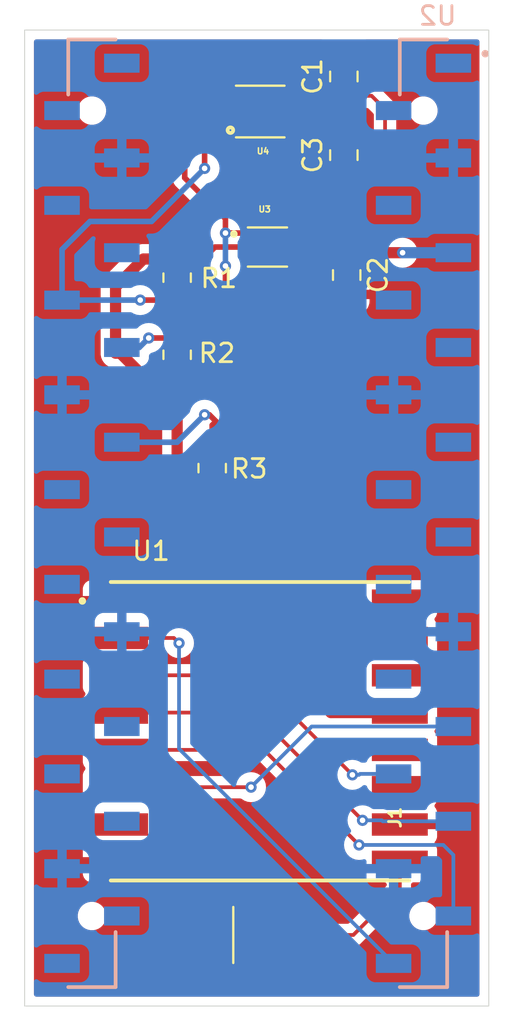
<source format=kicad_pcb>
(kicad_pcb (version 20240108) (generator "pcbnew") (generator_version "8.0")
  (layers (0 "F.Cu" signal) (31 "B.Cu" signal) (34 "B.Paste" user) (35 "F.Paste" user) (36 "B.SilkS" user "B.Silkscreen") (37 "F.SilkS" user "F.Silkscreen") (38 "B.Mask" user) (39 "F.Mask" user) (44 "Edge.Cuts" user))
  (net 0 "")
  (net 1 "GND")
  (net 2 "+3.3V")
  (net 3 "Net-(J1-SIG)")
  (net 4 "/I2C0_SDA")
  (net 5 "/APDS_INTR")
  (net 6 "/SPI0_MOSI")
  (net 10 "/RFM69_RESET")
  (net 12 "/RFM69_CS")
  (net 14 "/SPI0_MISO")
  (net 15 "/SPI0_CLK")
  (net 16 "/RFM69_INTR")
  (net 35 "/I2C0_SCL")
  (footprint "Resistor_SMD:R_0805_2012Metric_Pad1.20x1.40mm_HandSolder" (layer "F.Cu") (at 157.4292 93.4372 90)
    (property "Reference" "R3" (at -0.0348 1.9812 0) (layer "F.SilkS"))
    (property "Value" "10K")
    (fp_line (start -0.227064 -0.735) (end 0.227064 -0.735) (stroke (width 0.12)) (layer "F.SilkS"))
    (fp_line (start -0.227064 0.735) (end 0.227064 0.735) (stroke (width 0.12)) (layer "F.SilkS"))
    (pad "1" smd roundrect (at -1 0 90) (size 1.2 1.4) (layers "F.Cu" "F.Paste" "F.Mask") (roundrect_rratio 0.208333) (net 2 "+3.3V"))
    (pad "2" smd roundrect (at 1 0 90) (size 1.2 1.4) (layers "F.Cu" "F.Paste" "F.Mask") (roundrect_rratio 0.208333) (net 5 "/APDS_INTR"))
  )
  (footprint "Capacitor_SMD:C_0805_2012Metric_Pad1.18x1.45mm_HandSolder" (layer "F.Cu") (at 164.4904 76.6572 90)
    (property "Reference" "C3" (at 0 -1.68 270) (layer "F.SilkS"))
    (property "Value" "100nF")
    (fp_line (start -0.261252 -0.735) (end 0.261252 -0.735) (stroke (width 0.12)) (layer "F.SilkS"))
    (fp_line (start -0.261252 0.735) (end 0.261252 0.735) (stroke (width 0.12)) (layer "F.SilkS"))
    (pad "1" smd roundrect (at -1.0375 0 90) (size 1.175 1.45) (layers "F.Cu" "F.Paste" "F.Mask") (roundrect_rratio 0.212766) (net 2 "+3.3V"))
    (pad "2" smd roundrect (at 1.0375 0 90) (size 1.175 1.45) (layers "F.Cu" "F.Paste" "F.Mask") (roundrect_rratio 0.212766) (net 1 "GND"))
  )
  (footprint "Resistor_SMD:R_0805_2012Metric_Pad1.20x1.40mm_HandSolder" (layer "F.Cu") (at 155.5496 87.36 90)
    (property "Reference" "R2" (at 0.0856 2.1336 0) (layer "F.SilkS"))
    (property "Value" "4.7K")
    (fp_line (start -0.227064 -0.735) (end 0.227064 -0.735) (stroke (width 0.12)) (layer "F.SilkS"))
    (fp_line (start -0.227064 0.735) (end 0.227064 0.735) (stroke (width 0.12)) (layer "F.SilkS"))
    (pad "1" smd roundrect (at -1 0 90) (size 1.2 1.4) (layers "F.Cu" "F.Paste" "F.Mask") (roundrect_rratio 0.208333) (net 2 "+3.3V"))
    (pad "2" smd roundrect (at 1 0 90) (size 1.2 1.4) (layers "F.Cu" "F.Paste" "F.Mask") (roundrect_rratio 0.208333) (net 35 "/I2C0_SCL"))
  )
  (footprint "Weather_Station_Receiver:RFM69" (layer "F.Cu") (at 159.991 107.5436)
    (property "Reference" "U1" (at -5.84038 -9.6604 0) (layer "F.SilkS") (effects (font (size 1.00263 1.00263))))
    (property "Value" "RFM69")
    (fp_line (start -8 -8) (end 8 -8) (stroke (width 0.2032)) (layer "F.SilkS"))
    (fp_line (start 8 8) (end -8 8) (stroke (width 0.2032)) (layer "F.SilkS"))
    (fp_circle (center -9.525 -6.985) (end -9.425 -6.985) (stroke (width 0.2)) (fill none) (layer "F.SilkS"))
    (pad "1" smd rect (at -7.5 -7) (size 3 1.2) (layers "F.Cu" "F.Paste" "F.Mask") (net 1 "GND"))
    (pad "2" smd rect (at -7.5 -5) (size 3 1.2) (layers "F.Cu" "F.Paste" "F.Mask") (net 14 "/SPI0_MISO"))
    (pad "3" smd rect (at -7.5 -3) (size 3 1.2) (layers "F.Cu" "F.Paste" "F.Mask") (net 6 "/SPI0_MOSI"))
    (pad "4" smd rect (at -7.5 -1) (size 3 1.2) (layers "F.Cu" "F.Paste" "F.Mask") (net 15 "/SPI0_CLK"))
    (pad "5" smd rect (at -7.5 1) (size 3 1.2) (layers "F.Cu" "F.Paste" "F.Mask") (net 12 "/RFM69_CS"))
    (pad "6" smd rect (at -7.5 3) (size 3 1.2) (layers "F.Cu" "F.Paste" "F.Mask") (net 10 "/RFM69_RESET"))
    (pad "7" smd rect (at -7.5 5) (size 3 1.2) (layers "F.Cu" "F.Paste" "F.Mask"))
    (pad "8" smd rect (at -7.5 7) (size 3 1.2) (layers "F.Cu" "F.Paste" "F.Mask") (net 1 "GND"))
    (pad "9" smd rect (at 7.5 7) (size 3 1.2) (layers "F.Cu" "F.Paste" "F.Mask") (net 3 "Net-(J1-SIG)"))
    (pad "10" smd rect (at 7.5 5) (size 3 1.2) (layers "F.Cu" "F.Paste" "F.Mask") (net 1 "GND"))
    (pad "11" smd rect (at 7.5 3) (size 3 1.2) (layers "F.Cu" "F.Paste" "F.Mask"))
    (pad "12" smd rect (at 7.5 1) (size 3 1.2) (layers "F.Cu" "F.Paste" "F.Mask"))
    (pad "13" smd rect (at 7.5 -1) (size 3 1.2) (layers "F.Cu" "F.Paste" "F.Mask") (net 2 "+3.3V"))
    (pad "14" smd rect (at 7.5 -3) (size 3 1.2) (layers "F.Cu" "F.Paste" "F.Mask") (net 16 "/RFM69_INTR"))
    (pad "15" smd rect (at 7.5 -5) (size 3 1.2) (layers "F.Cu" "F.Paste" "F.Mask"))
    (pad "16" smd rect (at 7.5 -7) (size 3 1.2) (layers "F.Cu" "F.Paste" "F.Mask"))
  )
  (footprint "Weather_Station_Receiver:LightSensor" (layer "F.Cu") (at 160.3926 81.5848)
    (property "Reference" "U3" (at -0.149 -2.0262 0) (layer "F.SilkS") (effects (font (size 0.32 0.32))))
    (property "Value" "APDS-9306-065")
    (fp_line (start -1.05 -1.05) (end 1.05 -1.05) (stroke (width 0.127)) (layer "F.SilkS"))
    (fp_line (start -1.05 1.05) (end 1.05 1.05) (stroke (width 0.127)) (layer "F.SilkS"))
    (fp_circle (center -1.8 -0.7) (end -1.7 -0.7) (stroke (width 0.2)) (fill none) (layer "F.SilkS"))
    (pad "1" smd roundrect (at -0.745 -0.65) (size 1.24 0.32) (layers "F.Cu" "F.Paste" "F.Mask") (roundrect_rratio 0.08) (net 35 "/I2C0_SCL"))
    (pad "2" smd roundrect (at -0.745 0) (size 1.24 0.32) (layers "F.Cu" "F.Paste" "F.Mask") (roundrect_rratio 0.08) (net 4 "/I2C0_SDA"))
    (pad "3" smd roundrect (at -0.745 0.65) (size 1.24 0.32) (layers "F.Cu" "F.Paste" "F.Mask") (roundrect_rratio 0.08) (net 2 "+3.3V"))
    (pad "4" smd roundrect (at 0.745 0.65) (size 1.24 0.32) (layers "F.Cu" "F.Paste" "F.Mask") (roundrect_rratio 0.08) (net 5 "/APDS_INTR"))
    (pad "5" smd roundrect (at 0.745 0) (size 1.24 0.32) (layers "F.Cu" "F.Paste" "F.Mask") (roundrect_rratio 0.08))
    (pad "6" smd roundrect (at 0.745 -0.65) (size 1.24 0.32) (layers "F.Cu" "F.Paste" "F.Mask") (roundrect_rratio 0.08) (net 1 "GND"))
  )
  (footprint "Capacitor_SMD:C_0805_2012Metric_Pad1.18x1.45mm_HandSolder" (layer "F.Cu") (at 164.4904 72.4408 90)
    (property "Reference" "C1" (at 0 -1.68 270) (layer "F.SilkS"))
    (property "Value" "100nF")
    (fp_line (start -0.261252 -0.735) (end 0.261252 -0.735) (stroke (width 0.12)) (layer "F.SilkS"))
    (fp_line (start -0.261252 0.735) (end 0.261252 0.735) (stroke (width 0.12)) (layer "F.SilkS"))
    (pad "1" smd roundrect (at -1.0375 0 90) (size 1.175 1.45) (layers "F.Cu" "F.Paste" "F.Mask") (roundrect_rratio 0.212766) (net 2 "+3.3V"))
    (pad "2" smd roundrect (at 1.0375 0 90) (size 1.175 1.45) (layers "F.Cu" "F.Paste" "F.Mask") (roundrect_rratio 0.212766) (net 1 "GND"))
  )
  (footprint "Resistor_SMD:R_0805_2012Metric_Pad1.20x1.40mm_HandSolder" (layer "F.Cu") (at 155.5496 83.2264 -90)
    (property "Reference" "R1" (at 0.0348 -2.2352 180) (layer "F.SilkS"))
    (property "Value" "4.7K")
    (fp_line (start -0.227064 0.735) (end 0.227064 0.735) (stroke (width 0.12)) (layer "F.SilkS"))
    (fp_line (start -0.227064 -0.735) (end 0.227064 -0.735) (stroke (width 0.12)) (layer "F.SilkS"))
    (pad "1" smd roundrect (at -1 0 270) (size 1.2 1.4) (layers "F.Cu" "F.Paste" "F.Mask") (roundrect_rratio 0.208333) (net 2 "+3.3V"))
    (pad "2" smd roundrect (at 1 0 270) (size 1.2 1.4) (layers "F.Cu" "F.Paste" "F.Mask") (roundrect_rratio 0.208333) (net 4 "/I2C0_SDA"))
  )
  (footprint "Weather_Station_Receiver:BME280" (layer "F.Cu") (at 160.0059 74.3204 180)
    (property "Reference" "U4" (at -0.1476 -2.1238 180) (layer "F.SilkS") (effects (font (size 0.321721 0.321721) (thickness 0.08043))))
    (property "Value" "BME280")
    (fp_line (start -1.3 1.385) (end 1.3 1.385) (stroke (width 0.127)) (layer "F.SilkS"))
    (fp_line (start -1.3 -1.385) (end 1.3 -1.385) (stroke (width 0.127)) (layer "F.SilkS"))
    (fp_circle (center 1.6 -1) (end 1.65 -1) (stroke (width 0.2)) (fill none) (layer "F.SilkS"))
    (pad "1" smd roundrect (at 0.97 -0.975 180) (size 0.49 0.45) (layers "F.Cu" "F.Paste" "F.Mask") (roundrect_rratio 0.06) (net 1 "GND"))
    (pad "2" smd roundrect (at 0.97 -0.325 180) (size 0.49 0.45) (layers "F.Cu" "F.Paste" "F.Mask") (roundrect_rratio 0.06) (net 2 "+3.3V"))
    (pad "3" smd roundrect (at 0.97 0.325 180) (size 0.49 0.45) (layers "F.Cu" "F.Paste" "F.Mask") (roundrect_rratio 0.06) (net 4 "/I2C0_SDA"))
    (pad "4" smd roundrect (at 0.97 0.975 180) (size 0.49 0.45) (layers "F.Cu" "F.Paste" "F.Mask") (roundrect_rratio 0.06) (net 35 "/I2C0_SCL"))
    (pad "5" smd roundrect (at -0.97 0.975 180) (size 0.49 0.45) (layers "F.Cu" "F.Paste" "F.Mask") (roundrect_rratio 0.06) (net 1 "GND"))
    (pad "6" smd roundrect (at -0.97 0.325 180) (size 0.49 0.45) (layers "F.Cu" "F.Paste" "F.Mask") (roundrect_rratio 0.06) (net 2 "+3.3V"))
    (pad "7" smd roundrect (at -0.97 -0.325 180) (size 0.49 0.45) (layers "F.Cu" "F.Paste" "F.Mask") (roundrect_rratio 0.06) (net 1 "GND"))
    (pad "8" smd roundrect (at -0.97 -0.975 180) (size 0.49 0.45) (layers "F.Cu" "F.Paste" "F.Mask") (roundrect_rratio 0.06) (net 2 "+3.3V"))
  )
  (footprint "Capacitor_SMD:C_0805_2012Metric_Pad1.18x1.45mm_HandSolder" (layer "F.Cu") (at 164.6428 83.0873 -90)
    (property "Reference" "C2" (at 0 -1.68 90) (layer "F.SilkS"))
    (property "Value" "1uF")
    (fp_line (start -0.261252 0.735) (end 0.261252 0.735) (stroke (width 0.12)) (layer "F.SilkS"))
    (fp_line (start -0.261252 -0.735) (end 0.261252 -0.735) (stroke (width 0.12)) (layer "F.SilkS"))
    (pad "1" smd roundrect (at -1.0375 0 270) (size 1.175 1.45) (layers "F.Cu" "F.Paste" "F.Mask") (roundrect_rratio 0.212766) (net 2 "+3.3V"))
    (pad "2" smd roundrect (at 1.0375 0 270) (size 1.175 1.45) (layers "F.Cu" "F.Paste" "F.Mask") (roundrect_rratio 0.212766) (net 1 "GND"))
  )
  (footprint "Weather_Station_Receiver:AntennaConnector" (layer "F.Cu") (at 160.0598 118.4656 90)
    (property "Reference" "J1" (at 6.2944 7.1758 -90) (layer "F.SilkS") (effects (font (size 0.640629 0.640629))))
    (property "Value" "AntennaConnector")
    (fp_line (start -1.5 -1.5) (end 1.5 -1.5) (stroke (width 0.127)) (layer "F.SilkS"))
    (pad "1" smd rect (at 0 1.525 90) (size 1 1.05) (layers "F.Cu" "F.Paste" "F.Mask") (net 3 "Net-(J1-SIG)"))
    (pad "2" smd rect (at -1.475 0 90) (size 1.05 2.2) (layers "F.Cu" "F.Paste" "F.Mask") (net 1 "GND"))
    (pad "3" smd rect (at 1.475 0 90) (size 1.05 2.2) (layers "F.Cu" "F.Paste" "F.Mask"))
  )
  (footprint "Weather_Station_Receiver:Pico SMD Headers" (layer "B.Cu") (at 159.8549 97.1096 180)
    (property "Reference" "U2" (at -9.667 27.92 180) (layer "B.SilkS") (effects (justify mirror)))
    (property "Value" "PicoW")
    (fp_line (start 10.145 23.7) (end 10.145 26.65) (stroke (width 0.2)) (layer "B.SilkS"))
    (fp_line (start 7.605 26.65) (end 10.145 26.65) (stroke (width 0.2)) (layer "B.SilkS"))
    (fp_line (start 7.605 -21.2) (end 7.605 -24.15) (stroke (width 0.2)) (layer "B.SilkS"))
    (fp_line (start 7.605 -24.15) (end 10.145 -24.15) (stroke (width 0.2)) (layer "B.SilkS"))
    (fp_line (start -7.635 23.7) (end -7.635 26.65) (stroke (width 0.2)) (layer "B.SilkS"))
    (fp_line (start -10.175 26.65) (end -7.635 26.65) (stroke (width 0.2)) (layer "B.SilkS"))
    (fp_line (start -10.175 -21.2) (end -10.175 -24.15) (stroke (width 0.2)) (layer "B.SilkS"))
    (fp_line (start -10.175 -24.15) (end -7.635 -24.15) (stroke (width 0.2)) (layer "B.SilkS"))
    (fp_circle (center -12.22 25.89) (end -12.22 25.99) (stroke (width 0.2)) (fill none) (layer "B.SilkS"))
    (pad "" np_thru_hole circle (at -8.905 -20.34 90) (size 1.02 1.02) (drill 1.02) (layers "*.Cu" "*.Mask"))
    (pad "" np_thru_hole circle (at -8.905 22.84 90) (size 1.02 1.02) (drill 1.02) (layers "*.Cu" "*.Mask"))
    (pad "" np_thru_hole circle (at 8.875 -20.34 90) (size 1.02 1.02) (drill 1.02) (layers "*.Cu" "*.Mask"))
    (pad "" np_thru_hole circle (at 8.875 22.84 90) (size 1.02 1.02) (drill 1.02) (layers "*.Cu" "*.Mask"))
    (pad "1" smd rect (at 7.2725 25.38 90) (size 1.02 1.905) (layers "B.Cu" "B.Paste" "B.Mask"))
    (pad "2" smd rect (at 10.4775 22.84 90) (size 1.02 1.905) (layers "B.Cu" "B.Paste" "B.Mask"))
    (pad "3" smd rect (at 7.2725 20.3 90) (size 1.02 1.905) (layers "B.Cu" "B.Paste" "B.Mask") (net 1 "GND"))
    (pad "4" smd rect (at 10.4775 17.76 90) (size 1.02 1.905) (layers "B.Cu" "B.Paste" "B.Mask"))
    (pad "5" smd rect (at 7.2725 15.22 90) (size 1.02 1.905) (layers "B.Cu" "B.Paste" "B.Mask"))
    (pad "6" smd rect (at 10.4775 12.68 90) (size 1.02 1.905) (layers "B.Cu" "B.Paste" "B.Mask") (net 4 "/I2C0_SDA"))
    (pad "7" smd rect (at 7.2725 10.14 90) (size 1.02 1.905) (layers "B.Cu" "B.Paste" "B.Mask") (net 35 "/I2C0_SCL"))
    (pad "8" smd rect (at 10.4775 7.6 90) (size 1.02 1.905) (layers "B.Cu" "B.Paste" "B.Mask") (net 1 "GND"))
    (pad "9" smd rect (at 7.2725 5.06 90) (size 1.02 1.905) (layers "B.Cu" "B.Paste" "B.Mask") (net 5 "/APDS_INTR"))
    (pad "10" smd rect (at 10.4775 2.52 90) (size 1.02 1.905) (layers "B.Cu" "B.Paste" "B.Mask"))
    (pad "11" smd rect (at 7.2725 -0.02 90) (size 1.02 1.905) (layers "B.Cu" "B.Paste" "B.Mask"))
    (pad "12" smd rect (at 10.4775 -2.56 90) (size 1.02 1.905) (layers "B.Cu" "B.Paste" "B.Mask"))
    (pad "13" smd rect (at 7.2725 -5.1 90) (size 1.02 1.905) (layers "B.Cu" "B.Paste" "B.Mask") (net 1 "GND"))
    (pad "14" smd rect (at 10.4775 -7.64 90) (size 1.02 1.905) (layers "B.Cu" "B.Paste" "B.Mask"))
    (pad "15" smd rect (at 7.2725 -10.18 90) (size 1.02 1.905) (layers "B.Cu" "B.Paste" "B.Mask"))
    (pad "16" smd rect (at 10.4775 -12.72 90) (size 1.02 1.905) (layers "B.Cu" "B.Paste" "B.Mask"))
    (pad "17" smd rect (at 7.2725 -15.26 90) (size 1.02 1.905) (layers "B.Cu" "B.Paste" "B.Mask"))
    (pad "18" smd rect (at 10.4775 -17.8 90) (size 1.02 1.905) (layers "B.Cu" "B.Paste" "B.Mask") (net 1 "GND"))
    (pad "19" smd rect (at 7.2725 -20.34 90) (size 1.02 1.905) (layers "B.Cu" "B.Paste" "B.Mask"))
    (pad "20" smd rect (at 10.4775 -22.88 90) (size 1.02 1.905) (layers "B.Cu" "B.Paste" "B.Mask"))
    (pad "21" smd rect (at -7.3025 -22.88 90) (size 1.02 1.905) (layers "B.Cu" "B.Paste" "B.Mask") (net 14 "/SPI0_MISO"))
    (pad "22" smd rect (at -10.5075 -20.34 90) (size 1.02 1.905) (layers "B.Cu" "B.Paste" "B.Mask") (net 12 "/RFM69_CS"))
    (pad "23" smd rect (at -7.3025 -17.8 90) (size 1.02 1.905) (layers "B.Cu" "B.Paste" "B.Mask") (net 1 "GND"))
    (pad "24" smd rect (at -10.5075 -15.26 90) (size 1.02 1.905) (layers "B.Cu" "B.Paste" "B.Mask") (net 15 "/SPI0_CLK"))
    (pad "25" smd rect (at -7.3025 -12.72 90) (size 1.02 1.905) (layers "B.Cu" "B.Paste" "B.Mask") (net 6 "/SPI0_MOSI"))
    (pad "26" smd rect (at -10.5075 -10.18 90) (size 1.02 1.905) (layers "B.Cu" "B.Paste" "B.Mask") (net 10 "/RFM69_RESET"))
    (pad "27" smd rect (at -7.3025 -7.64 90) (size 1.02 1.905) (layers "B.Cu" "B.Paste" "B.Mask") (net 16 "/RFM69_INTR"))
    (pad "28" smd rect (at -10.5075 -5.1 90) (size 1.02 1.905) (layers "B.Cu" "B.Paste" "B.Mask") (net 1 "GND"))
    (pad "29" smd rect (at -7.3025 -2.56 90) (size 1.02 1.905) (layers "B.Cu" "B.Paste" "B.Mask"))
    (pad "30" smd rect (at -10.5075 -0.02 90) (size 1.02 1.905) (layers "B.Cu" "B.Paste" "B.Mask"))
    (pad "31" smd rect (at -7.3025 2.52 90) (size 1.02 1.905) (layers "B.Cu" "B.Paste" "B.Mask"))
    (pad "32" smd rect (at -10.5075 5.06 90) (size 1.02 1.905) (layers "B.Cu" "B.Paste" "B.Mask"))
    (pad "33" smd rect (at -7.3025 7.6 90) (size 1.02 1.905) (layers "B.Cu" "B.Paste" "B.Mask") (net 1 "GND"))
    (pad "34" smd rect (at -10.5075 10.14 90) (size 1.02 1.905) (layers "B.Cu" "B.Paste" "B.Mask"))
    (pad "35" smd rect (at -7.3025 12.68 90) (size 1.02 1.905) (layers "B.Cu" "B.Paste" "B.Mask"))
    (pad "36" smd rect (at -10.5075 15.22 90) (size 1.02 1.905) (layers "B.Cu" "B.Paste" "B.Mask") (net 2 "+3.3V"))
    (pad "37" smd rect (at -7.3025 17.76 90) (size 1.02 1.905) (layers "B.Cu" "B.Paste" "B.Mask"))
    (pad "38" smd rect (at -10.5075 20.3 90) (size 1.02 1.905) (layers "B.Cu" "B.Paste" "B.Mask") (net 1 "GND"))
    (pad "39" smd rect (at -7.3025 22.84 90) (size 1.02 1.905) (layers "B.Cu" "B.Paste" "B.Mask"))
    (pad "40" smd rect (at -10.5075 25.38 90) (size 1.02 1.905) (layers "B.Cu" "B.Paste" "B.Mask"))
  )
  (gr_rect (start 147.3708 69.9516) (end 172.2628 122.2756) (stroke (width 0.05)) (fill none) (layer "Edge.Cuts"))
  (segment (start 162.7652 80.9348) (end 162.9 80.8) (width 0.2) (layer "F.Cu") (net 1))
  (segment (start 161.1376 80.9348) (end 162.7652 80.9348) (width 0.2) (layer "F.Cu") (net 1))
  (segment (start 166.7 74.2) (end 166.7 77.1) (width 0.2) (layer "F.Cu") (net 2))
  (segment (start 156.2496 88.36) (end 159.27 85.3396) (width 0.6) (layer "F.Cu") (net 2))
  (segment (start 156.7292 94.4372) (end 157.4292 94.4372) (width 0.6) (layer "F.Cu") (net 2))
  (segment (start 163.0094 82.0498) (end 161.036 84.0232) (width 0.6) (layer "F.Cu") (net 2))
  (segment (start 157.4292 100.1776) (end 163.7952 106.5436) (width 0.6) (layer "F.Cu") (net 2))
  (segment (start 164.803 81.8896) (end 164.6428 82.0498) (width 0.6) (layer "F.Cu") (net 2))
  (segment (start 152.2476 83.7184) (end 152.2476 87.2744) (width 0.6) (layer "F.Cu") (net 2))
  (segment (start 159.27 85.3396) (end 159.27 82.7224) (width 0.6) (layer "F.Cu") (net 2))
  (segment (start 155.5496 82.2264) (end 153.7396 82.2264) (width 0.6) (layer "F.Cu") (net 2))
  (segment (start 162.4 75.7) (end 162.4 76.6) (width 0.2) (layer "F.Cu") (net 2))
  (segment (start 153.7396 82.2264) (end 152.2476 83.7184) (width 0.6) (layer "F.Cu") (net 2))
  (segment (start 163.4947 77.6947) (end 164.4904 77.6947) (width 0.2) (layer "F.Cu") (net 2))
  (segment (start 161.036 84.0232) (end 161.036 93.9292) (width 0.6) (layer "F.Cu") (net 2))
  (segment (start 152.5016 87.2744) (end 153.5872 88.36) (width 0.6) (layer "F.Cu") (net 2))
  (segment (start 162.4 76.6) (end 163.4947 77.6947) (width 0.2) (layer "F.Cu") (net 2))
  (segment (start 163.1217 73.4783) (end 164.4904 73.4783) (width 0.2) (layer "F.Cu") (net 2))
  (segment (start 160.528 94.4372) (end 157.4292 94.4372) (width 0.6) (layer "F.Cu") (net 2))
  (segment (start 155.5496 88.36) (end 155.5496 93.2576) (width 0.6) (layer "F.Cu") (net 2))
  (segment (start 163.7952 106.5436) (end 167.491 106.5436) (width 0.6) (layer "F.Cu") (net 2))
  (segment (start 155.5496 88.36) (end 156.2496 88.36) (width 0.6) (layer "F.Cu") (net 2))
  (segment (start 159.0359 74.6454) (end 159.6546 74.6454) (width 0.2) (layer "F.Cu") (net 2))
  (segment (start 157.4292 94.4372) (end 157.4292 100.1776) (width 0.6) (layer "F.Cu") (net 2))
  (segment (start 166.1053 77.6947) (end 164.4904 77.6947) (width 0.2) (layer "F.Cu") (net 2))
  (segment (start 164.6428 77.8471) (end 164.4904 77.6947) (width 0.6) (layer "F.Cu") (net 2))
  (segment (start 160.9759 73.9954) (end 162.6046 73.9954) (width 0.2) (layer "F.Cu") (net 2))
  (segment (start 164.6428 82.0498) (end 163.0094 82.0498) (width 0.6) (layer "F.Cu") (net 2))
  (segment (start 166.7 77.1) (end 166.1053 77.6947) (width 0.2) (layer "F.Cu") (net 2))
  (segment (start 165.9783 73.4783) (end 166.7 74.2) (width 0.2) (layer "F.Cu") (net 2))
  (segment (start 167.64 81.8896) (end 164.803 81.8896) (width 0.6) (layer "F.Cu") (net 2))
  (segment (start 152.2476 87.2744) (end 152.5016 87.2744) (width 0.6) (layer "F.Cu") (net 2))
  (segment (start 161.9954 75.2954) (end 162.4 75.7) (width 0.2) (layer "F.Cu") (net 2))
  (segment (start 155.5496 93.2576) (end 156.7292 94.4372) (width 0.6) (layer "F.Cu") (net 2))
  (segment (start 159.6546 74.6454) (end 160.3046 73.9954) (width 0.2) (layer "F.Cu") (net 2))
  (segment (start 161.036 93.9292) (end 160.528 94.4372) (width 0.6) (layer "F.Cu") (net 2))
  (segment (start 164.6428 82.0498) (end 164.6428 77.8471) (width 0.6) (layer "F.Cu") (net 2))
  (segment (start 162.6046 73.9954) (end 163.1217 73.4783) (width 0.2) (layer "F.Cu") (net 2))
  (segment (start 160.3046 73.9954) (end 160.9759 73.9954) (width 0.2) (layer "F.Cu") (net 2))
  (segment (start 160.9759 75.2954) (end 161.9954 75.2954) (width 0.2) (layer "F.Cu") (net 2))
  (segment (start 164.4904 73.4783) (end 165.9783 73.4783) (width 0.2) (layer "F.Cu") (net 2))
  (segment (start 159.27 82.7224) (end 159.6476 82.3448) (width 0.6) (layer "F.Cu") (net 2))
  (segment (start 153.5872 88.36) (end 155.5496 88.36) (width 0.6) (layer "F.Cu") (net 2))
  (via (at 167.64 81.8896) (size 0.6) (drill 0.3) (layers "F.Cu" "B.Cu") (net 2))
  (segment (start 170.3624 81.8896) (end 167.64 81.8896) (width 0.6) (layer "B.Cu") (net 2))
  (segment (start 164.9984 118.4656) (end 161.5848 118.4656) (width 0.2) (layer "F.Cu") (net 3))
  (segment (start 167.491 115.973) (end 164.9984 118.4656) (width 0.2) (layer "F.Cu") (net 3))
  (segment (start 167.491 114.5436) (end 167.491 115.973) (width 0.2) (layer "F.Cu") (net 3))
  (segment (start 157.0228 74.5236) (end 157.576 73.9704) (width 0.3) (layer "F.Cu") (net 4))
  (segment (start 157.1752 83.6676) (end 157.1752 81.9912) (width 0.3) (layer "F.Cu") (net 4))
  (segment (start 155.5496 84.2264) (end 156.6164 84.2264) (width 0.3) (layer "F.Cu") (net 4))
  (segment (start 155.3464 84.4296) (end 155.5496 84.2264) (width 0.3) (layer "F.Cu") (net 4))
  (segment (start 157.1752 81.9912) (end 157.5816 81.5848) (width 0.3) (layer "F.Cu") (net 4))
  (segment (start 157.576 73.9704) (end 159.0359 73.9704) (width 0.3) (layer "F.Cu") (net 4))
  (segment (start 157.0228 77.3684) (end 157.0228 74.5236) (width 0.3) (layer "F.Cu") (net 4))
  (segment (start 157.5816 81.5848) (end 159.6476 81.5848) (width 0.3) (layer "F.Cu") (net 4))
  (segment (start 156.6164 84.2264) (end 157.1752 83.6676) (width 0.3) (layer "F.Cu") (net 4))
  (segment (start 153.5684 84.4296) (end 155.3464 84.4296) (width 0.3) (layer "F.Cu") (net 4))
  (via (at 157.0228 77.3684) (size 0.6) (drill 0.3) (layers "F.Cu" "B.Cu") (net 4))
  (via (at 153.5684 84.4296) (size 0.6) (drill 0.3) (layers "F.Cu" "B.Cu") (net 4))
  (segment (start 154.178 80.2132) (end 157.0228 77.3684) (width 0.3) (layer "B.Cu") (net 4))
  (segment (start 152.7556 80.2132) (end 154.178 80.2132) (width 0.3) (layer "B.Cu") (net 4))
  (segment (start 150.1648 80.9244) (end 150.876 80.2132) (width 0.3) (layer "B.Cu") (net 4))
  (segment (start 149.3774 84.4296) (end 149.3774 81.7118) (width 0.3) (layer "B.Cu") (net 4))
  (segment (start 149.3774 84.4296) (end 153.5684 84.4296) (width 0.3) (layer "B.Cu") (net 4))
  (segment (start 150.876 80.2132) (end 152.7556 80.2132) (width 0.3) (layer "B.Cu") (net 4))
  (segment (start 149.3774 81.7118) (end 150.1648 80.9244) (width 0.3) (layer "B.Cu") (net 4))
  (segment (start 157.4292 91.1352) (end 157.4292 92.4372) (width 0.3) (layer "F.Cu") (net 5))
  (segment (start 160.02 91.4908) (end 159.0736 92.4372) (width 0.3) (layer "F.Cu") (net 5))
  (segment (start 157.0228 90.5764) (end 157.2768 90.5764) (width 0.3) (layer "F.Cu") (net 5))
  (segment (start 159.0736 92.4372) (end 157.4292 92.4372) (width 0.3) (layer "F.Cu") (net 5))
  (segment (start 157.2768 90.5764) (end 157.6324 90.932) (width 0.3) (layer "F.Cu") (net 5))
  (segment (start 157.6324 90.932) (end 157.4292 91.1352) (width 0.3) (layer "F.Cu") (net 5))
  (segment (start 161.1376 82.2348) (end 160.02 83.3524) (width 0.3) (layer "F.Cu") (net 5))
  (segment (start 160.02 83.3524) (end 160.02 91.4908) (width 0.3) (layer "F.Cu") (net 5))
  (via (at 157.0228 90.5764) (size 0.6) (drill 0.3) (layers "F.Cu" "B.Cu") (net 5))
  (segment (start 155.5496 92.0496) (end 157.0228 90.5764) (width 0.3) (layer "B.Cu") (net 5))
  (segment (start 152.5824 92.0496) (end 155.5496 92.0496) (width 0.3) (layer "B.Cu") (net 5))
  (segment (start 159.6108 104.5436) (end 164.9476 109.8804) (width 0.2) (layer "F.Cu") (net 6))
  (segment (start 152.491 104.5436) (end 159.6108 104.5436) (width 0.2) (layer "F.Cu") (net 6))
  (via (at 164.9476 109.8804) (size 0.6) (drill 0.3) (layers "F.Cu" "B.Cu") (net 6))
  (segment (start 165.354 109.8296) (end 167.1574 109.8296) (width 0.2) (layer "B.Cu") (net 6))
  (segment (start 164.9476 109.8804) (end 165.3032 109.8804) (width 0.2) (layer "B.Cu") (net 6))
  (segment (start 165.3032 109.8804) (end 165.354 109.8296) (width 0.2) (layer "B.Cu") (net 6))
  (segment (start 152.491 110.5436) (end 159.5092 110.5436) (width 0.2) (layer "F.Cu") (net 10))
  (segment (start 159.5092 110.5436) (end 159.512 110.5408) (width 0.2) (layer "F.Cu") (net 10))
  (via (at 159.512 110.5408) (size 0.6) (drill 0.3) (layers "F.Cu" "B.Cu") (net 10))
  (segment (start 162.7632 107.2896) (end 170.3624 107.2896) (width 0.2) (layer "B.Cu") (net 10))
  (segment (start 159.512 110.5408) (end 162.7632 107.2896) (width 0.2) (layer "B.Cu") (net 10))
  (segment (start 152.491 108.5436) (end 160.2072 108.5436) (width 0.2) (layer "F.Cu") (net 12))
  (segment (start 160.2072 108.5436) (end 165.3032 113.6396) (width 0.2) (layer "F.Cu") (net 12))
  (via (at 165.3032 113.6396) (size 0.6) (drill 0.3) (layers "F.Cu" "B.Cu") (net 12))
  (segment (start 169.8244 113.6396) (end 170.3624 114.1776) (width 0.2) (layer "B.Cu") (net 12))
  (segment (start 165.3032 113.6396) (end 169.8244 113.6396) (width 0.2) (layer "B.Cu") (net 12))
  (segment (start 170.3624 114.1776) (end 170.3624 117.4496) (width 0.2) (layer "B.Cu") (net 12))
  (segment (start 155.3756 102.5436) (end 155.6512 102.8192) (width 0.2) (layer "F.Cu") (net 14))
  (segment (start 152.491 102.5436) (end 155.3756 102.5436) (width 0.2) (layer "F.Cu") (net 14))
  (via (at 155.6512 102.8192) (size 0.6) (drill 0.3) (layers "F.Cu" "B.Cu") (net 14))
  (segment (start 155.6512 108.4834) (end 155.6512 102.8192) (width 0.2) (layer "B.Cu") (net 14))
  (segment (start 167.1574 119.9896) (end 155.6512 108.4834) (width 0.2) (layer "B.Cu") (net 14))
  (segment (start 159.715798 106.5436) (end 165.490998 112.3188) (width 0.2) (layer "F.Cu") (net 15))
  (segment (start 152.491 106.5436) (end 159.715798 106.5436) (width 0.2) (layer "F.Cu") (net 15))
  (via (at 165.490998 112.3188) (size 0.6) (drill 0.3) (layers "F.Cu" "B.Cu") (net 15))
  (segment (start 165.490998 112.3188) (end 166.5224 112.3188) (width 0.2) (layer "B.Cu") (net 15))
  (segment (start 166.5732 112.3696) (end 170.3624 112.3696) (width 0.2) (layer "B.Cu") (net 15))
  (segment (start 166.5224 112.3188) (end 166.5732 112.3696) (width 0.2) (layer "B.Cu") (net 15))
  (segment (start 158.1404 80.8348) (end 158.1404 80.0608) (width 0.3) (layer "F.Cu") (net 35))
  (segment (start 156.8036 73.3204) (end 159.0359 73.3204) (width 0.3) (layer "F.Cu") (net 35))
  (segment (start 159.5476 80.8348) (end 159.6476 80.9348) (width 0.3) (layer "F.Cu") (net 35))
  (segment (start 158.1404 80.0608) (end 155.956 77.8764) (width 0.3) (layer "F.Cu") (net 35))
  (segment (start 158.1404 83.7692) (end 158.1404 82.6008) (width 0.3) (layer "F.Cu") (net 35))
  (segment (start 154.0256 86.4616) (end 155.448 86.4616) (width 0.3) (layer "F.Cu") (net 35))
  (segment (start 155.448 86.4616) (end 155.5496 86.36) (width 0.3) (layer "F.Cu") (net 35))
  (segment (start 155.5496 86.36) (end 158.1404 83.7692) (width 0.3) (layer "F.Cu") (net 35))
  (segment (start 158.1404 80.8348) (end 159.5476 80.8348) (width 0.3) (layer "F.Cu") (net 35))
  (segment (start 155.956 77.8764) (end 155.956 74.168) (width 0.3) (layer "F.Cu") (net 35))
  (segment (start 155.956 74.168) (end 156.8036 73.3204) (width 0.3) (layer "F.Cu") (net 35))
  (via (at 158.1404 82.6008) (size 0.6) (drill 0.3) (layers "F.Cu" "B.Cu") (net 35))
  (via (at 154.0256 86.4616) (size 0.6) (drill 0.3) (layers "F.Cu" "B.Cu") (net 35))
  (via (at 158.1404 80.8348) (size 0.6) (drill 0.3) (layers "F.Cu" "B.Cu") (net 35))
  (segment (start 158.1404 82.6008) (end 158.1404 80.8348) (width 0.3) (layer "B.Cu") (net 35))
  (segment (start 153.5176 86.9696) (end 154.0256 86.4616) (width 0.3) (layer "B.Cu") (net 35))
  (segment (start 152.5824 86.9696) (end 153.5176 86.9696) (width 0.3) (layer "B.Cu") (net 35))
  (zone (net 1) (net_name "GND") (layer "F.Cu") (connect_pads (clearance 0.5)) (min_thickness 0.25) (fill yes (thermal_gap 0.5) (thermal_bridge_width 0.5))
    (polygon (pts (xy 146.05 68.58) (xy 173.99 68.58) (xy 173.99 123.19) (xy 146.05 123.19)))
  )
  (zone (net 1) (net_name "GND") (layer "B.Cu") (priority 1) (connect_pads (clearance 0.5)) (min_thickness 0.25) (fill yes (thermal_gap 0.5) (thermal_bridge_width 0.5))
    (polygon (pts (xy 146.05 68.58) (xy 173.99 68.58) (xy 173.99 123.19) (xy 146.05 123.19)))
  )
)
</source>
